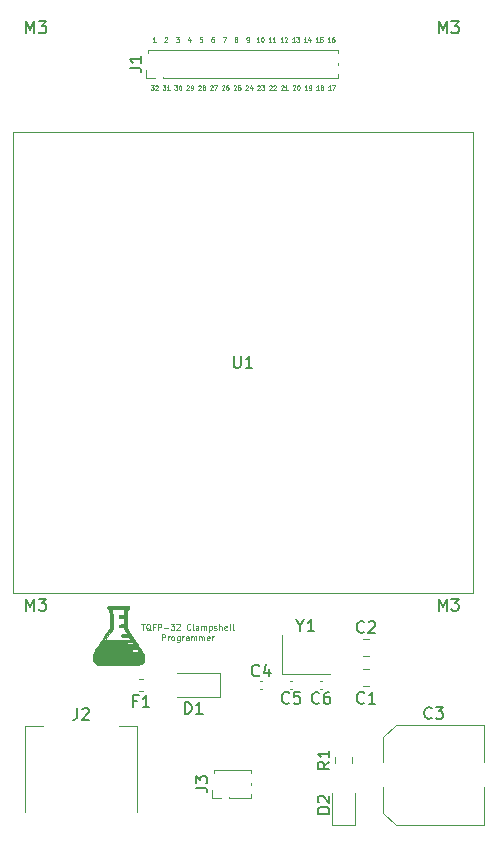
<source format=gbr>
%TF.GenerationSoftware,KiCad,Pcbnew,(5.1.7)-1*%
%TF.CreationDate,2021-11-27T18:52:12+01:00*%
%TF.ProjectId,SFP-32 Clampshell,5346502d-3332-4204-936c-616d70736865,rev?*%
%TF.SameCoordinates,Original*%
%TF.FileFunction,Legend,Top*%
%TF.FilePolarity,Positive*%
%FSLAX46Y46*%
G04 Gerber Fmt 4.6, Leading zero omitted, Abs format (unit mm)*
G04 Created by KiCad (PCBNEW (5.1.7)-1) date 2021-11-27 18:52:12*
%MOMM*%
%LPD*%
G01*
G04 APERTURE LIST*
%ADD10C,0.125000*%
%ADD11C,0.092500*%
%ADD12C,0.093750*%
%ADD13C,0.010000*%
%ADD14C,0.120000*%
%ADD15C,0.150000*%
G04 APERTURE END LIST*
D10*
X141625333Y-80568690D02*
X141911047Y-80568690D01*
X141768190Y-81068690D02*
X141768190Y-80568690D01*
X142411047Y-81116309D02*
X142363428Y-81092500D01*
X142315809Y-81044880D01*
X142244380Y-80973452D01*
X142196761Y-80949642D01*
X142149142Y-80949642D01*
X142172952Y-81068690D02*
X142125333Y-81044880D01*
X142077714Y-80997261D01*
X142053904Y-80902023D01*
X142053904Y-80735357D01*
X142077714Y-80640119D01*
X142125333Y-80592500D01*
X142172952Y-80568690D01*
X142268190Y-80568690D01*
X142315809Y-80592500D01*
X142363428Y-80640119D01*
X142387238Y-80735357D01*
X142387238Y-80902023D01*
X142363428Y-80997261D01*
X142315809Y-81044880D01*
X142268190Y-81068690D01*
X142172952Y-81068690D01*
X142768190Y-80806785D02*
X142601523Y-80806785D01*
X142601523Y-81068690D02*
X142601523Y-80568690D01*
X142839619Y-80568690D01*
X143030095Y-81068690D02*
X143030095Y-80568690D01*
X143220571Y-80568690D01*
X143268190Y-80592500D01*
X143292000Y-80616309D01*
X143315809Y-80663928D01*
X143315809Y-80735357D01*
X143292000Y-80782976D01*
X143268190Y-80806785D01*
X143220571Y-80830595D01*
X143030095Y-80830595D01*
X143530095Y-80878214D02*
X143911047Y-80878214D01*
X144101523Y-80568690D02*
X144411047Y-80568690D01*
X144244380Y-80759166D01*
X144315809Y-80759166D01*
X144363428Y-80782976D01*
X144387238Y-80806785D01*
X144411047Y-80854404D01*
X144411047Y-80973452D01*
X144387238Y-81021071D01*
X144363428Y-81044880D01*
X144315809Y-81068690D01*
X144172952Y-81068690D01*
X144125333Y-81044880D01*
X144101523Y-81021071D01*
X144601523Y-80616309D02*
X144625333Y-80592500D01*
X144672952Y-80568690D01*
X144792000Y-80568690D01*
X144839619Y-80592500D01*
X144863428Y-80616309D01*
X144887238Y-80663928D01*
X144887238Y-80711547D01*
X144863428Y-80782976D01*
X144577714Y-81068690D01*
X144887238Y-81068690D01*
X145768190Y-81021071D02*
X145744380Y-81044880D01*
X145672952Y-81068690D01*
X145625333Y-81068690D01*
X145553904Y-81044880D01*
X145506285Y-80997261D01*
X145482476Y-80949642D01*
X145458666Y-80854404D01*
X145458666Y-80782976D01*
X145482476Y-80687738D01*
X145506285Y-80640119D01*
X145553904Y-80592500D01*
X145625333Y-80568690D01*
X145672952Y-80568690D01*
X145744380Y-80592500D01*
X145768190Y-80616309D01*
X146053904Y-81068690D02*
X146006285Y-81044880D01*
X145982476Y-80997261D01*
X145982476Y-80568690D01*
X146458666Y-81068690D02*
X146458666Y-80806785D01*
X146434857Y-80759166D01*
X146387238Y-80735357D01*
X146292000Y-80735357D01*
X146244380Y-80759166D01*
X146458666Y-81044880D02*
X146411047Y-81068690D01*
X146292000Y-81068690D01*
X146244380Y-81044880D01*
X146220571Y-80997261D01*
X146220571Y-80949642D01*
X146244380Y-80902023D01*
X146292000Y-80878214D01*
X146411047Y-80878214D01*
X146458666Y-80854404D01*
X146696761Y-81068690D02*
X146696761Y-80735357D01*
X146696761Y-80782976D02*
X146720571Y-80759166D01*
X146768190Y-80735357D01*
X146839619Y-80735357D01*
X146887238Y-80759166D01*
X146911047Y-80806785D01*
X146911047Y-81068690D01*
X146911047Y-80806785D02*
X146934857Y-80759166D01*
X146982476Y-80735357D01*
X147053904Y-80735357D01*
X147101523Y-80759166D01*
X147125333Y-80806785D01*
X147125333Y-81068690D01*
X147363428Y-80735357D02*
X147363428Y-81235357D01*
X147363428Y-80759166D02*
X147411047Y-80735357D01*
X147506285Y-80735357D01*
X147553904Y-80759166D01*
X147577714Y-80782976D01*
X147601523Y-80830595D01*
X147601523Y-80973452D01*
X147577714Y-81021071D01*
X147553904Y-81044880D01*
X147506285Y-81068690D01*
X147411047Y-81068690D01*
X147363428Y-81044880D01*
X147792000Y-81044880D02*
X147839619Y-81068690D01*
X147934857Y-81068690D01*
X147982476Y-81044880D01*
X148006285Y-80997261D01*
X148006285Y-80973452D01*
X147982476Y-80925833D01*
X147934857Y-80902023D01*
X147863428Y-80902023D01*
X147815809Y-80878214D01*
X147792000Y-80830595D01*
X147792000Y-80806785D01*
X147815809Y-80759166D01*
X147863428Y-80735357D01*
X147934857Y-80735357D01*
X147982476Y-80759166D01*
X148220571Y-81068690D02*
X148220571Y-80568690D01*
X148434857Y-81068690D02*
X148434857Y-80806785D01*
X148411047Y-80759166D01*
X148363428Y-80735357D01*
X148292000Y-80735357D01*
X148244380Y-80759166D01*
X148220571Y-80782976D01*
X148863428Y-81044880D02*
X148815809Y-81068690D01*
X148720571Y-81068690D01*
X148672952Y-81044880D01*
X148649142Y-80997261D01*
X148649142Y-80806785D01*
X148672952Y-80759166D01*
X148720571Y-80735357D01*
X148815809Y-80735357D01*
X148863428Y-80759166D01*
X148887238Y-80806785D01*
X148887238Y-80854404D01*
X148649142Y-80902023D01*
X149172952Y-81068690D02*
X149125333Y-81044880D01*
X149101523Y-80997261D01*
X149101523Y-80568690D01*
X149434857Y-81068690D02*
X149387238Y-81044880D01*
X149363428Y-80997261D01*
X149363428Y-80568690D01*
X143387238Y-81943690D02*
X143387238Y-81443690D01*
X143577714Y-81443690D01*
X143625333Y-81467500D01*
X143649142Y-81491309D01*
X143672952Y-81538928D01*
X143672952Y-81610357D01*
X143649142Y-81657976D01*
X143625333Y-81681785D01*
X143577714Y-81705595D01*
X143387238Y-81705595D01*
X143887238Y-81943690D02*
X143887238Y-81610357D01*
X143887238Y-81705595D02*
X143911047Y-81657976D01*
X143934857Y-81634166D01*
X143982476Y-81610357D01*
X144030095Y-81610357D01*
X144268190Y-81943690D02*
X144220571Y-81919880D01*
X144196761Y-81896071D01*
X144172952Y-81848452D01*
X144172952Y-81705595D01*
X144196761Y-81657976D01*
X144220571Y-81634166D01*
X144268190Y-81610357D01*
X144339619Y-81610357D01*
X144387238Y-81634166D01*
X144411047Y-81657976D01*
X144434857Y-81705595D01*
X144434857Y-81848452D01*
X144411047Y-81896071D01*
X144387238Y-81919880D01*
X144339619Y-81943690D01*
X144268190Y-81943690D01*
X144863428Y-81610357D02*
X144863428Y-82015119D01*
X144839619Y-82062738D01*
X144815809Y-82086547D01*
X144768190Y-82110357D01*
X144696761Y-82110357D01*
X144649142Y-82086547D01*
X144863428Y-81919880D02*
X144815809Y-81943690D01*
X144720571Y-81943690D01*
X144672952Y-81919880D01*
X144649142Y-81896071D01*
X144625333Y-81848452D01*
X144625333Y-81705595D01*
X144649142Y-81657976D01*
X144672952Y-81634166D01*
X144720571Y-81610357D01*
X144815809Y-81610357D01*
X144863428Y-81634166D01*
X145101523Y-81943690D02*
X145101523Y-81610357D01*
X145101523Y-81705595D02*
X145125333Y-81657976D01*
X145149142Y-81634166D01*
X145196761Y-81610357D01*
X145244380Y-81610357D01*
X145625333Y-81943690D02*
X145625333Y-81681785D01*
X145601523Y-81634166D01*
X145553904Y-81610357D01*
X145458666Y-81610357D01*
X145411047Y-81634166D01*
X145625333Y-81919880D02*
X145577714Y-81943690D01*
X145458666Y-81943690D01*
X145411047Y-81919880D01*
X145387238Y-81872261D01*
X145387238Y-81824642D01*
X145411047Y-81777023D01*
X145458666Y-81753214D01*
X145577714Y-81753214D01*
X145625333Y-81729404D01*
X145863428Y-81943690D02*
X145863428Y-81610357D01*
X145863428Y-81657976D02*
X145887238Y-81634166D01*
X145934857Y-81610357D01*
X146006285Y-81610357D01*
X146053904Y-81634166D01*
X146077714Y-81681785D01*
X146077714Y-81943690D01*
X146077714Y-81681785D02*
X146101523Y-81634166D01*
X146149142Y-81610357D01*
X146220571Y-81610357D01*
X146268190Y-81634166D01*
X146292000Y-81681785D01*
X146292000Y-81943690D01*
X146530095Y-81943690D02*
X146530095Y-81610357D01*
X146530095Y-81657976D02*
X146553904Y-81634166D01*
X146601523Y-81610357D01*
X146672952Y-81610357D01*
X146720571Y-81634166D01*
X146744380Y-81681785D01*
X146744380Y-81943690D01*
X146744380Y-81681785D02*
X146768190Y-81634166D01*
X146815809Y-81610357D01*
X146887238Y-81610357D01*
X146934857Y-81634166D01*
X146958666Y-81681785D01*
X146958666Y-81943690D01*
X147387238Y-81919880D02*
X147339619Y-81943690D01*
X147244380Y-81943690D01*
X147196761Y-81919880D01*
X147172952Y-81872261D01*
X147172952Y-81681785D01*
X147196761Y-81634166D01*
X147244380Y-81610357D01*
X147339619Y-81610357D01*
X147387238Y-81634166D01*
X147411047Y-81681785D01*
X147411047Y-81729404D01*
X147172952Y-81777023D01*
X147625333Y-81943690D02*
X147625333Y-81610357D01*
X147625333Y-81705595D02*
X147649142Y-81657976D01*
X147672952Y-81634166D01*
X147720571Y-81610357D01*
X147768190Y-81610357D01*
D11*
X142437428Y-34973642D02*
X142669571Y-34973642D01*
X142544571Y-35116500D01*
X142598142Y-35116500D01*
X142633857Y-35134357D01*
X142651714Y-35152214D01*
X142669571Y-35187928D01*
X142669571Y-35277214D01*
X142651714Y-35312928D01*
X142633857Y-35330785D01*
X142598142Y-35348642D01*
X142491000Y-35348642D01*
X142455285Y-35330785D01*
X142437428Y-35312928D01*
X142812428Y-35009357D02*
X142830285Y-34991500D01*
X142866000Y-34973642D01*
X142955285Y-34973642D01*
X142991000Y-34991500D01*
X143008857Y-35009357D01*
X143026714Y-35045071D01*
X143026714Y-35080785D01*
X143008857Y-35134357D01*
X142794571Y-35348642D01*
X143026714Y-35348642D01*
X143437428Y-34973642D02*
X143669571Y-34973642D01*
X143544571Y-35116500D01*
X143598142Y-35116500D01*
X143633857Y-35134357D01*
X143651714Y-35152214D01*
X143669571Y-35187928D01*
X143669571Y-35277214D01*
X143651714Y-35312928D01*
X143633857Y-35330785D01*
X143598142Y-35348642D01*
X143491000Y-35348642D01*
X143455285Y-35330785D01*
X143437428Y-35312928D01*
X144026714Y-35348642D02*
X143812428Y-35348642D01*
X143919571Y-35348642D02*
X143919571Y-34973642D01*
X143883857Y-35027214D01*
X143848142Y-35062928D01*
X143812428Y-35080785D01*
X144437428Y-34973642D02*
X144669571Y-34973642D01*
X144544571Y-35116500D01*
X144598142Y-35116500D01*
X144633857Y-35134357D01*
X144651714Y-35152214D01*
X144669571Y-35187928D01*
X144669571Y-35277214D01*
X144651714Y-35312928D01*
X144633857Y-35330785D01*
X144598142Y-35348642D01*
X144491000Y-35348642D01*
X144455285Y-35330785D01*
X144437428Y-35312928D01*
X144901714Y-34973642D02*
X144937428Y-34973642D01*
X144973142Y-34991500D01*
X144991000Y-35009357D01*
X145008857Y-35045071D01*
X145026714Y-35116500D01*
X145026714Y-35205785D01*
X145008857Y-35277214D01*
X144991000Y-35312928D01*
X144973142Y-35330785D01*
X144937428Y-35348642D01*
X144901714Y-35348642D01*
X144866000Y-35330785D01*
X144848142Y-35312928D01*
X144830285Y-35277214D01*
X144812428Y-35205785D01*
X144812428Y-35116500D01*
X144830285Y-35045071D01*
X144848142Y-35009357D01*
X144866000Y-34991500D01*
X144901714Y-34973642D01*
X145455285Y-35009357D02*
X145473142Y-34991500D01*
X145508857Y-34973642D01*
X145598142Y-34973642D01*
X145633857Y-34991500D01*
X145651714Y-35009357D01*
X145669571Y-35045071D01*
X145669571Y-35080785D01*
X145651714Y-35134357D01*
X145437428Y-35348642D01*
X145669571Y-35348642D01*
X145848142Y-35348642D02*
X145919571Y-35348642D01*
X145955285Y-35330785D01*
X145973142Y-35312928D01*
X146008857Y-35259357D01*
X146026714Y-35187928D01*
X146026714Y-35045071D01*
X146008857Y-35009357D01*
X145991000Y-34991500D01*
X145955285Y-34973642D01*
X145883857Y-34973642D01*
X145848142Y-34991500D01*
X145830285Y-35009357D01*
X145812428Y-35045071D01*
X145812428Y-35134357D01*
X145830285Y-35170071D01*
X145848142Y-35187928D01*
X145883857Y-35205785D01*
X145955285Y-35205785D01*
X145991000Y-35187928D01*
X146008857Y-35170071D01*
X146026714Y-35134357D01*
X146455285Y-35009357D02*
X146473142Y-34991500D01*
X146508857Y-34973642D01*
X146598142Y-34973642D01*
X146633857Y-34991500D01*
X146651714Y-35009357D01*
X146669571Y-35045071D01*
X146669571Y-35080785D01*
X146651714Y-35134357D01*
X146437428Y-35348642D01*
X146669571Y-35348642D01*
X146883857Y-35134357D02*
X146848142Y-35116500D01*
X146830285Y-35098642D01*
X146812428Y-35062928D01*
X146812428Y-35045071D01*
X146830285Y-35009357D01*
X146848142Y-34991500D01*
X146883857Y-34973642D01*
X146955285Y-34973642D01*
X146991000Y-34991500D01*
X147008857Y-35009357D01*
X147026714Y-35045071D01*
X147026714Y-35062928D01*
X147008857Y-35098642D01*
X146991000Y-35116500D01*
X146955285Y-35134357D01*
X146883857Y-35134357D01*
X146848142Y-35152214D01*
X146830285Y-35170071D01*
X146812428Y-35205785D01*
X146812428Y-35277214D01*
X146830285Y-35312928D01*
X146848142Y-35330785D01*
X146883857Y-35348642D01*
X146955285Y-35348642D01*
X146991000Y-35330785D01*
X147008857Y-35312928D01*
X147026714Y-35277214D01*
X147026714Y-35205785D01*
X147008857Y-35170071D01*
X146991000Y-35152214D01*
X146955285Y-35134357D01*
X147455285Y-35009357D02*
X147473142Y-34991500D01*
X147508857Y-34973642D01*
X147598142Y-34973642D01*
X147633857Y-34991500D01*
X147651714Y-35009357D01*
X147669571Y-35045071D01*
X147669571Y-35080785D01*
X147651714Y-35134357D01*
X147437428Y-35348642D01*
X147669571Y-35348642D01*
X147794571Y-34973642D02*
X148044571Y-34973642D01*
X147883857Y-35348642D01*
X148455285Y-35009357D02*
X148473142Y-34991500D01*
X148508857Y-34973642D01*
X148598142Y-34973642D01*
X148633857Y-34991500D01*
X148651714Y-35009357D01*
X148669571Y-35045071D01*
X148669571Y-35080785D01*
X148651714Y-35134357D01*
X148437428Y-35348642D01*
X148669571Y-35348642D01*
X148991000Y-34973642D02*
X148919571Y-34973642D01*
X148883857Y-34991500D01*
X148866000Y-35009357D01*
X148830285Y-35062928D01*
X148812428Y-35134357D01*
X148812428Y-35277214D01*
X148830285Y-35312928D01*
X148848142Y-35330785D01*
X148883857Y-35348642D01*
X148955285Y-35348642D01*
X148991000Y-35330785D01*
X149008857Y-35312928D01*
X149026714Y-35277214D01*
X149026714Y-35187928D01*
X149008857Y-35152214D01*
X148991000Y-35134357D01*
X148955285Y-35116500D01*
X148883857Y-35116500D01*
X148848142Y-35134357D01*
X148830285Y-35152214D01*
X148812428Y-35187928D01*
X149455285Y-35009357D02*
X149473142Y-34991500D01*
X149508857Y-34973642D01*
X149598142Y-34973642D01*
X149633857Y-34991500D01*
X149651714Y-35009357D01*
X149669571Y-35045071D01*
X149669571Y-35080785D01*
X149651714Y-35134357D01*
X149437428Y-35348642D01*
X149669571Y-35348642D01*
X150008857Y-34973642D02*
X149830285Y-34973642D01*
X149812428Y-35152214D01*
X149830285Y-35134357D01*
X149866000Y-35116500D01*
X149955285Y-35116500D01*
X149991000Y-35134357D01*
X150008857Y-35152214D01*
X150026714Y-35187928D01*
X150026714Y-35277214D01*
X150008857Y-35312928D01*
X149991000Y-35330785D01*
X149955285Y-35348642D01*
X149866000Y-35348642D01*
X149830285Y-35330785D01*
X149812428Y-35312928D01*
X150455285Y-35009357D02*
X150473142Y-34991500D01*
X150508857Y-34973642D01*
X150598142Y-34973642D01*
X150633857Y-34991500D01*
X150651714Y-35009357D01*
X150669571Y-35045071D01*
X150669571Y-35080785D01*
X150651714Y-35134357D01*
X150437428Y-35348642D01*
X150669571Y-35348642D01*
X150991000Y-35098642D02*
X150991000Y-35348642D01*
X150901714Y-34955785D02*
X150812428Y-35223642D01*
X151044571Y-35223642D01*
X151455285Y-35009357D02*
X151473142Y-34991500D01*
X151508857Y-34973642D01*
X151598142Y-34973642D01*
X151633857Y-34991500D01*
X151651714Y-35009357D01*
X151669571Y-35045071D01*
X151669571Y-35080785D01*
X151651714Y-35134357D01*
X151437428Y-35348642D01*
X151669571Y-35348642D01*
X151794571Y-34973642D02*
X152026714Y-34973642D01*
X151901714Y-35116500D01*
X151955285Y-35116500D01*
X151991000Y-35134357D01*
X152008857Y-35152214D01*
X152026714Y-35187928D01*
X152026714Y-35277214D01*
X152008857Y-35312928D01*
X151991000Y-35330785D01*
X151955285Y-35348642D01*
X151848142Y-35348642D01*
X151812428Y-35330785D01*
X151794571Y-35312928D01*
X152455285Y-35009357D02*
X152473142Y-34991500D01*
X152508857Y-34973642D01*
X152598142Y-34973642D01*
X152633857Y-34991500D01*
X152651714Y-35009357D01*
X152669571Y-35045071D01*
X152669571Y-35080785D01*
X152651714Y-35134357D01*
X152437428Y-35348642D01*
X152669571Y-35348642D01*
X152812428Y-35009357D02*
X152830285Y-34991500D01*
X152866000Y-34973642D01*
X152955285Y-34973642D01*
X152991000Y-34991500D01*
X153008857Y-35009357D01*
X153026714Y-35045071D01*
X153026714Y-35080785D01*
X153008857Y-35134357D01*
X152794571Y-35348642D01*
X153026714Y-35348642D01*
X153455285Y-35009357D02*
X153473142Y-34991500D01*
X153508857Y-34973642D01*
X153598142Y-34973642D01*
X153633857Y-34991500D01*
X153651714Y-35009357D01*
X153669571Y-35045071D01*
X153669571Y-35080785D01*
X153651714Y-35134357D01*
X153437428Y-35348642D01*
X153669571Y-35348642D01*
X154026714Y-35348642D02*
X153812428Y-35348642D01*
X153919571Y-35348642D02*
X153919571Y-34973642D01*
X153883857Y-35027214D01*
X153848142Y-35062928D01*
X153812428Y-35080785D01*
X154455285Y-35009357D02*
X154473142Y-34991500D01*
X154508857Y-34973642D01*
X154598142Y-34973642D01*
X154633857Y-34991500D01*
X154651714Y-35009357D01*
X154669571Y-35045071D01*
X154669571Y-35080785D01*
X154651714Y-35134357D01*
X154437428Y-35348642D01*
X154669571Y-35348642D01*
X154901714Y-34973642D02*
X154937428Y-34973642D01*
X154973142Y-34991500D01*
X154991000Y-35009357D01*
X155008857Y-35045071D01*
X155026714Y-35116500D01*
X155026714Y-35205785D01*
X155008857Y-35277214D01*
X154991000Y-35312928D01*
X154973142Y-35330785D01*
X154937428Y-35348642D01*
X154901714Y-35348642D01*
X154866000Y-35330785D01*
X154848142Y-35312928D01*
X154830285Y-35277214D01*
X154812428Y-35205785D01*
X154812428Y-35116500D01*
X154830285Y-35045071D01*
X154848142Y-35009357D01*
X154866000Y-34991500D01*
X154901714Y-34973642D01*
X155669571Y-35348642D02*
X155455285Y-35348642D01*
X155562428Y-35348642D02*
X155562428Y-34973642D01*
X155526714Y-35027214D01*
X155490999Y-35062928D01*
X155455285Y-35080785D01*
X155848142Y-35348642D02*
X155919571Y-35348642D01*
X155955285Y-35330785D01*
X155973142Y-35312928D01*
X156008857Y-35259357D01*
X156026714Y-35187928D01*
X156026714Y-35045071D01*
X156008857Y-35009357D01*
X155990999Y-34991500D01*
X155955285Y-34973642D01*
X155883857Y-34973642D01*
X155848142Y-34991500D01*
X155830285Y-35009357D01*
X155812428Y-35045071D01*
X155812428Y-35134357D01*
X155830285Y-35170071D01*
X155848142Y-35187928D01*
X155883857Y-35205785D01*
X155955285Y-35205785D01*
X155990999Y-35187928D01*
X156008857Y-35170071D01*
X156026714Y-35134357D01*
X156669571Y-35348642D02*
X156455285Y-35348642D01*
X156562428Y-35348642D02*
X156562428Y-34973642D01*
X156526714Y-35027214D01*
X156490999Y-35062928D01*
X156455285Y-35080785D01*
X156883857Y-35134357D02*
X156848142Y-35116500D01*
X156830285Y-35098642D01*
X156812428Y-35062928D01*
X156812428Y-35045071D01*
X156830285Y-35009357D01*
X156848142Y-34991500D01*
X156883857Y-34973642D01*
X156955285Y-34973642D01*
X156990999Y-34991500D01*
X157008857Y-35009357D01*
X157026714Y-35045071D01*
X157026714Y-35062928D01*
X157008857Y-35098642D01*
X156990999Y-35116500D01*
X156955285Y-35134357D01*
X156883857Y-35134357D01*
X156848142Y-35152214D01*
X156830285Y-35170071D01*
X156812428Y-35205785D01*
X156812428Y-35277214D01*
X156830285Y-35312928D01*
X156848142Y-35330785D01*
X156883857Y-35348642D01*
X156955285Y-35348642D01*
X156990999Y-35330785D01*
X157008857Y-35312928D01*
X157026714Y-35277214D01*
X157026714Y-35205785D01*
X157008857Y-35170071D01*
X156990999Y-35152214D01*
X156955285Y-35134357D01*
X157669571Y-35348642D02*
X157455285Y-35348642D01*
X157562428Y-35348642D02*
X157562428Y-34973642D01*
X157526714Y-35027214D01*
X157490999Y-35062928D01*
X157455285Y-35080785D01*
X157794571Y-34973642D02*
X158044571Y-34973642D01*
X157883857Y-35348642D01*
X151630428Y-31284642D02*
X151416142Y-31284642D01*
X151523285Y-31284642D02*
X151523285Y-30909642D01*
X151487571Y-30963214D01*
X151451857Y-30998928D01*
X151416142Y-31016785D01*
X151862571Y-30909642D02*
X151898285Y-30909642D01*
X151934000Y-30927500D01*
X151951857Y-30945357D01*
X151969714Y-30981071D01*
X151987571Y-31052500D01*
X151987571Y-31141785D01*
X151969714Y-31213214D01*
X151951857Y-31248928D01*
X151934000Y-31266785D01*
X151898285Y-31284642D01*
X151862571Y-31284642D01*
X151826857Y-31266785D01*
X151809000Y-31248928D01*
X151791142Y-31213214D01*
X151773285Y-31141785D01*
X151773285Y-31052500D01*
X151791142Y-30981071D01*
X151809000Y-30945357D01*
X151826857Y-30927500D01*
X151862571Y-30909642D01*
X152630428Y-31284642D02*
X152416142Y-31284642D01*
X152523285Y-31284642D02*
X152523285Y-30909642D01*
X152487571Y-30963214D01*
X152451857Y-30998928D01*
X152416142Y-31016785D01*
X152987571Y-31284642D02*
X152773285Y-31284642D01*
X152880428Y-31284642D02*
X152880428Y-30909642D01*
X152844714Y-30963214D01*
X152809000Y-30998928D01*
X152773285Y-31016785D01*
X153630428Y-31284642D02*
X153416142Y-31284642D01*
X153523285Y-31284642D02*
X153523285Y-30909642D01*
X153487571Y-30963214D01*
X153451857Y-30998928D01*
X153416142Y-31016785D01*
X153773285Y-30945357D02*
X153791142Y-30927500D01*
X153826857Y-30909642D01*
X153916142Y-30909642D01*
X153951857Y-30927500D01*
X153969714Y-30945357D01*
X153987571Y-30981071D01*
X153987571Y-31016785D01*
X153969714Y-31070357D01*
X153755428Y-31284642D01*
X153987571Y-31284642D01*
X154630428Y-31284642D02*
X154416142Y-31284642D01*
X154523285Y-31284642D02*
X154523285Y-30909642D01*
X154487571Y-30963214D01*
X154451857Y-30998928D01*
X154416142Y-31016785D01*
X154755428Y-30909642D02*
X154987571Y-30909642D01*
X154862571Y-31052500D01*
X154916142Y-31052500D01*
X154951857Y-31070357D01*
X154969714Y-31088214D01*
X154987571Y-31123928D01*
X154987571Y-31213214D01*
X154969714Y-31248928D01*
X154951857Y-31266785D01*
X154916142Y-31284642D01*
X154809000Y-31284642D01*
X154773285Y-31266785D01*
X154755428Y-31248928D01*
X155630428Y-31284642D02*
X155416142Y-31284642D01*
X155523285Y-31284642D02*
X155523285Y-30909642D01*
X155487571Y-30963214D01*
X155451857Y-30998928D01*
X155416142Y-31016785D01*
X155951857Y-31034642D02*
X155951857Y-31284642D01*
X155862571Y-30891785D02*
X155773285Y-31159642D01*
X156005428Y-31159642D01*
X156630428Y-31284642D02*
X156416142Y-31284642D01*
X156523285Y-31284642D02*
X156523285Y-30909642D01*
X156487571Y-30963214D01*
X156451857Y-30998928D01*
X156416142Y-31016785D01*
X156969714Y-30909642D02*
X156791142Y-30909642D01*
X156773285Y-31088214D01*
X156791142Y-31070357D01*
X156826857Y-31052500D01*
X156916142Y-31052500D01*
X156951857Y-31070357D01*
X156969714Y-31088214D01*
X156987571Y-31123928D01*
X156987571Y-31213214D01*
X156969714Y-31248928D01*
X156951857Y-31266785D01*
X156916142Y-31284642D01*
X156826857Y-31284642D01*
X156791142Y-31266785D01*
X156773285Y-31248928D01*
X157630428Y-31284642D02*
X157416142Y-31284642D01*
X157523285Y-31284642D02*
X157523285Y-30909642D01*
X157487571Y-30963214D01*
X157451857Y-30998928D01*
X157416142Y-31016785D01*
X157951857Y-30909642D02*
X157880428Y-30909642D01*
X157844714Y-30927500D01*
X157826857Y-30945357D01*
X157791142Y-30998928D01*
X157773285Y-31070357D01*
X157773285Y-31213214D01*
X157791142Y-31248928D01*
X157809000Y-31266785D01*
X157844714Y-31284642D01*
X157916142Y-31284642D01*
X157951857Y-31266785D01*
X157969714Y-31248928D01*
X157987571Y-31213214D01*
X157987571Y-31123928D01*
X157969714Y-31088214D01*
X157951857Y-31070357D01*
X157916142Y-31052500D01*
X157844714Y-31052500D01*
X157809000Y-31070357D01*
X157791142Y-31088214D01*
X157773285Y-31123928D01*
D12*
X142837380Y-31295952D02*
X142608809Y-31295952D01*
X142723095Y-31295952D02*
X142723095Y-30895952D01*
X142685000Y-30953095D01*
X142646904Y-30991190D01*
X142608809Y-31010238D01*
X143599285Y-30934047D02*
X143618333Y-30915000D01*
X143656428Y-30895952D01*
X143751666Y-30895952D01*
X143789761Y-30915000D01*
X143808809Y-30934047D01*
X143827857Y-30972142D01*
X143827857Y-31010238D01*
X143808809Y-31067380D01*
X143580238Y-31295952D01*
X143827857Y-31295952D01*
X144570714Y-30895952D02*
X144818333Y-30895952D01*
X144685000Y-31048333D01*
X144742142Y-31048333D01*
X144780238Y-31067380D01*
X144799285Y-31086428D01*
X144818333Y-31124523D01*
X144818333Y-31219761D01*
X144799285Y-31257857D01*
X144780238Y-31276904D01*
X144742142Y-31295952D01*
X144627857Y-31295952D01*
X144589761Y-31276904D01*
X144570714Y-31257857D01*
X145770714Y-31029285D02*
X145770714Y-31295952D01*
X145675476Y-30876904D02*
X145580238Y-31162619D01*
X145827857Y-31162619D01*
X146780238Y-30895952D02*
X146589761Y-30895952D01*
X146570714Y-31086428D01*
X146589761Y-31067380D01*
X146627857Y-31048333D01*
X146723095Y-31048333D01*
X146761190Y-31067380D01*
X146780238Y-31086428D01*
X146799285Y-31124523D01*
X146799285Y-31219761D01*
X146780238Y-31257857D01*
X146761190Y-31276904D01*
X146723095Y-31295952D01*
X146627857Y-31295952D01*
X146589761Y-31276904D01*
X146570714Y-31257857D01*
X147751666Y-30895952D02*
X147675476Y-30895952D01*
X147637380Y-30915000D01*
X147618333Y-30934047D01*
X147580238Y-30991190D01*
X147561190Y-31067380D01*
X147561190Y-31219761D01*
X147580238Y-31257857D01*
X147599285Y-31276904D01*
X147637380Y-31295952D01*
X147713571Y-31295952D01*
X147751666Y-31276904D01*
X147770714Y-31257857D01*
X147789761Y-31219761D01*
X147789761Y-31124523D01*
X147770714Y-31086428D01*
X147751666Y-31067380D01*
X147713571Y-31048333D01*
X147637380Y-31048333D01*
X147599285Y-31067380D01*
X147580238Y-31086428D01*
X147561190Y-31124523D01*
X148532619Y-30895952D02*
X148799285Y-30895952D01*
X148627857Y-31295952D01*
X149618333Y-31067380D02*
X149580238Y-31048333D01*
X149561190Y-31029285D01*
X149542142Y-30991190D01*
X149542142Y-30972142D01*
X149561190Y-30934047D01*
X149580238Y-30915000D01*
X149618333Y-30895952D01*
X149694523Y-30895952D01*
X149732619Y-30915000D01*
X149751666Y-30934047D01*
X149770714Y-30972142D01*
X149770714Y-30991190D01*
X149751666Y-31029285D01*
X149732619Y-31048333D01*
X149694523Y-31067380D01*
X149618333Y-31067380D01*
X149580238Y-31086428D01*
X149561190Y-31105476D01*
X149542142Y-31143571D01*
X149542142Y-31219761D01*
X149561190Y-31257857D01*
X149580238Y-31276904D01*
X149618333Y-31295952D01*
X149694523Y-31295952D01*
X149732619Y-31276904D01*
X149751666Y-31257857D01*
X149770714Y-31219761D01*
X149770714Y-31143571D01*
X149751666Y-31105476D01*
X149732619Y-31086428D01*
X149694523Y-31067380D01*
X150570714Y-31295952D02*
X150646904Y-31295952D01*
X150685000Y-31276904D01*
X150704047Y-31257857D01*
X150742142Y-31200714D01*
X150761190Y-31124523D01*
X150761190Y-30972142D01*
X150742142Y-30934047D01*
X150723095Y-30915000D01*
X150685000Y-30895952D01*
X150608809Y-30895952D01*
X150570714Y-30915000D01*
X150551666Y-30934047D01*
X150532619Y-30972142D01*
X150532619Y-31067380D01*
X150551666Y-31105476D01*
X150570714Y-31124523D01*
X150608809Y-31143571D01*
X150685000Y-31143571D01*
X150723095Y-31124523D01*
X150742142Y-31105476D01*
X150761190Y-31067380D01*
D13*
%TO.C,G\u002A\u002A\u002A*%
G36*
X139887581Y-79037900D02*
G01*
X140064616Y-79038347D01*
X140206271Y-79039322D01*
X140316755Y-79041015D01*
X140400272Y-79043615D01*
X140461030Y-79047312D01*
X140503236Y-79052294D01*
X140531096Y-79058750D01*
X140548818Y-79066870D01*
X140560607Y-79076843D01*
X140561520Y-79077837D01*
X140593703Y-79142474D01*
X140588918Y-79212949D01*
X140551696Y-79269761D01*
X140512924Y-79313845D01*
X140468082Y-79377170D01*
X140449466Y-79407290D01*
X140393298Y-79503132D01*
X140398209Y-80203427D01*
X140403120Y-80903721D01*
X140460205Y-80994421D01*
X140489172Y-81039635D01*
X140537747Y-81114547D01*
X140601449Y-81212287D01*
X140675796Y-81325981D01*
X140756305Y-81448757D01*
X140783536Y-81490207D01*
X140871094Y-81623530D01*
X140959615Y-81758510D01*
X141043087Y-81885962D01*
X141115496Y-81996704D01*
X141170828Y-82081554D01*
X141177857Y-82092362D01*
X141233171Y-82177190D01*
X141305626Y-82287891D01*
X141388225Y-82413797D01*
X141473973Y-82544241D01*
X141536810Y-82639651D01*
X141641107Y-82800398D01*
X141722147Y-82932429D01*
X141782728Y-83042228D01*
X141825648Y-83136278D01*
X141853707Y-83221062D01*
X141869703Y-83303062D01*
X141876435Y-83388761D01*
X141877177Y-83428052D01*
X141875297Y-83526156D01*
X141866053Y-83597735D01*
X141845994Y-83659879D01*
X141819157Y-83715596D01*
X141729276Y-83841351D01*
X141607078Y-83943482D01*
X141492021Y-84003110D01*
X141471525Y-84010236D01*
X141446042Y-84016438D01*
X141412522Y-84021786D01*
X141367918Y-84026353D01*
X141309182Y-84030212D01*
X141233266Y-84033434D01*
X141137121Y-84036091D01*
X141017699Y-84038257D01*
X140871953Y-84040002D01*
X140696834Y-84041400D01*
X140489294Y-84042522D01*
X140246286Y-84043440D01*
X139964761Y-84044227D01*
X139732845Y-84044761D01*
X139459058Y-84045095D01*
X139198093Y-84044909D01*
X138953401Y-84044235D01*
X138728430Y-84043105D01*
X138526630Y-84041551D01*
X138351453Y-84039605D01*
X138206346Y-84037298D01*
X138094761Y-84034663D01*
X138020146Y-84031731D01*
X137986254Y-84028610D01*
X137833376Y-83972041D01*
X137708689Y-83884756D01*
X137613626Y-83770709D01*
X137549619Y-83633850D01*
X137518102Y-83478134D01*
X137520509Y-83307511D01*
X137558272Y-83125935D01*
X137609113Y-82988452D01*
X137632214Y-82945212D01*
X137676785Y-82870470D01*
X137719603Y-82801510D01*
X140819181Y-82801510D01*
X140834321Y-82874767D01*
X140843888Y-82891884D01*
X140858627Y-82909883D01*
X140881470Y-82922121D01*
X140920160Y-82929691D01*
X140982438Y-82933688D01*
X141076044Y-82935205D01*
X141151732Y-82935380D01*
X141270740Y-82934459D01*
X141351175Y-82931341D01*
X141398227Y-82925488D01*
X141417084Y-82916363D01*
X141416445Y-82908009D01*
X141395420Y-82874760D01*
X141359695Y-82820635D01*
X141337463Y-82787578D01*
X141274448Y-82694518D01*
X141075370Y-82694518D01*
X140976299Y-82695972D01*
X140911742Y-82701368D01*
X140872486Y-82712253D01*
X140849317Y-82730173D01*
X140847205Y-82732837D01*
X140819181Y-82801510D01*
X137719603Y-82801510D01*
X137739781Y-82769014D01*
X137818159Y-82645631D01*
X137908876Y-82505110D01*
X138008887Y-82352237D01*
X138104188Y-82208347D01*
X140384578Y-82208347D01*
X140396303Y-82244756D01*
X140407630Y-82267059D01*
X140422712Y-82282425D01*
X140449014Y-82292148D01*
X140494001Y-82297518D01*
X140565139Y-82299828D01*
X140669894Y-82300369D01*
X140717720Y-82300380D01*
X140825865Y-82299623D01*
X140916307Y-82297547D01*
X140981074Y-82294447D01*
X141012193Y-82290615D01*
X141013793Y-82289482D01*
X141002000Y-82267364D01*
X140971301Y-82220690D01*
X140934571Y-82168314D01*
X140855349Y-82058043D01*
X140633974Y-82064254D01*
X140533761Y-82067490D01*
X140468619Y-82071999D01*
X140429839Y-82080136D01*
X140408711Y-82094260D01*
X140396528Y-82116727D01*
X140391779Y-82129799D01*
X140384578Y-82208347D01*
X138104188Y-82208347D01*
X138115148Y-82191800D01*
X138124164Y-82178279D01*
X138238122Y-82007458D01*
X138292496Y-81925956D01*
X138586341Y-81925956D01*
X138699765Y-81933945D01*
X138745080Y-81935696D01*
X138829138Y-81937495D01*
X138946891Y-81939288D01*
X139093288Y-81941018D01*
X139263281Y-81942632D01*
X139451820Y-81944073D01*
X139653855Y-81945287D01*
X139803660Y-81945984D01*
X140794130Y-81950035D01*
X140700222Y-81805296D01*
X140606315Y-81660557D01*
X140318446Y-81664033D01*
X140199795Y-81664924D01*
X140116789Y-81663561D01*
X140061299Y-81658934D01*
X140025194Y-81650031D01*
X140000343Y-81635842D01*
X139985719Y-81622651D01*
X139947785Y-81571516D01*
X139947612Y-81522460D01*
X139974948Y-81473183D01*
X139994076Y-81450836D01*
X140019863Y-81436599D01*
X140061656Y-81428669D01*
X140128799Y-81425242D01*
X140227263Y-81424518D01*
X140445492Y-81424518D01*
X140408102Y-81364302D01*
X140377977Y-81316672D01*
X140332930Y-81246461D01*
X140281997Y-81167746D01*
X140274940Y-81156892D01*
X140227027Y-81075967D01*
X140188862Y-80998076D01*
X140167795Y-80938450D01*
X140166632Y-80932452D01*
X140154097Y-80855207D01*
X139987264Y-80854884D01*
X139865046Y-80849030D01*
X139780541Y-80830701D01*
X139728945Y-80797925D01*
X139705455Y-80748727D01*
X139703892Y-80738419D01*
X139703283Y-80685798D01*
X139720076Y-80650229D01*
X139760623Y-80628567D01*
X139831279Y-80617665D01*
X139938398Y-80614377D01*
X139954491Y-80614345D01*
X140159827Y-80614345D01*
X140159528Y-80378957D01*
X140159198Y-80251580D01*
X140155994Y-80161526D01*
X140146033Y-80102336D01*
X140125432Y-80067550D01*
X140090307Y-80050711D01*
X140036777Y-80045358D01*
X139960956Y-80045034D01*
X139958765Y-80045035D01*
X139845502Y-80041599D01*
X139769349Y-80029530D01*
X139724034Y-80006185D01*
X139703284Y-79968922D01*
X139700000Y-79936023D01*
X139711554Y-79877777D01*
X139749449Y-79838079D01*
X139818528Y-79814542D01*
X139923636Y-79804779D01*
X139967630Y-79804173D01*
X140137931Y-79804173D01*
X140137931Y-79699290D01*
X140143679Y-79619624D01*
X140158760Y-79526811D01*
X140179930Y-79434815D01*
X140203945Y-79357598D01*
X140227559Y-79309123D01*
X140229019Y-79307281D01*
X140229484Y-79298452D01*
X140211712Y-79291565D01*
X140171531Y-79286403D01*
X140104768Y-79282748D01*
X140007252Y-79280384D01*
X139874811Y-79279094D01*
X139703273Y-79278660D01*
X139678960Y-79278656D01*
X139499119Y-79279078D01*
X139359114Y-79280473D01*
X139254995Y-79283033D01*
X139182811Y-79286951D01*
X139138614Y-79292418D01*
X139118451Y-79299626D01*
X139116610Y-79306026D01*
X139136941Y-79358860D01*
X139153512Y-79414091D01*
X139166806Y-79477023D01*
X139177305Y-79552960D01*
X139185492Y-79647204D01*
X139191850Y-79765061D01*
X139196861Y-79911833D01*
X139201007Y-80092824D01*
X139204044Y-80267014D01*
X139215445Y-80981665D01*
X138900893Y-81453810D01*
X138586341Y-81925956D01*
X138292496Y-81925956D01*
X138352859Y-81835480D01*
X138464093Y-81668760D01*
X138567547Y-81513710D01*
X138658941Y-81376743D01*
X138733996Y-81264272D01*
X138782262Y-81191957D01*
X138974043Y-80904656D01*
X138962238Y-80228509D01*
X138958395Y-80023887D01*
X138954160Y-79857833D01*
X138948653Y-79725125D01*
X138940996Y-79620541D01*
X138930309Y-79538857D01*
X138915715Y-79474853D01*
X138896334Y-79423306D01*
X138871287Y-79378993D01*
X138839696Y-79336692D01*
X138805402Y-79296549D01*
X138752379Y-79216528D01*
X138739218Y-79144624D01*
X138766370Y-79084319D01*
X138776595Y-79074032D01*
X138790419Y-79064788D01*
X138812238Y-79057243D01*
X138846226Y-79051230D01*
X138896553Y-79046579D01*
X138967392Y-79043122D01*
X139062914Y-79040688D01*
X139187292Y-79039109D01*
X139344696Y-79038217D01*
X139539300Y-79037841D01*
X139670959Y-79037794D01*
X139887581Y-79037900D01*
G37*
X139887581Y-79037900D02*
X140064616Y-79038347D01*
X140206271Y-79039322D01*
X140316755Y-79041015D01*
X140400272Y-79043615D01*
X140461030Y-79047312D01*
X140503236Y-79052294D01*
X140531096Y-79058750D01*
X140548818Y-79066870D01*
X140560607Y-79076843D01*
X140561520Y-79077837D01*
X140593703Y-79142474D01*
X140588918Y-79212949D01*
X140551696Y-79269761D01*
X140512924Y-79313845D01*
X140468082Y-79377170D01*
X140449466Y-79407290D01*
X140393298Y-79503132D01*
X140398209Y-80203427D01*
X140403120Y-80903721D01*
X140460205Y-80994421D01*
X140489172Y-81039635D01*
X140537747Y-81114547D01*
X140601449Y-81212287D01*
X140675796Y-81325981D01*
X140756305Y-81448757D01*
X140783536Y-81490207D01*
X140871094Y-81623530D01*
X140959615Y-81758510D01*
X141043087Y-81885962D01*
X141115496Y-81996704D01*
X141170828Y-82081554D01*
X141177857Y-82092362D01*
X141233171Y-82177190D01*
X141305626Y-82287891D01*
X141388225Y-82413797D01*
X141473973Y-82544241D01*
X141536810Y-82639651D01*
X141641107Y-82800398D01*
X141722147Y-82932429D01*
X141782728Y-83042228D01*
X141825648Y-83136278D01*
X141853707Y-83221062D01*
X141869703Y-83303062D01*
X141876435Y-83388761D01*
X141877177Y-83428052D01*
X141875297Y-83526156D01*
X141866053Y-83597735D01*
X141845994Y-83659879D01*
X141819157Y-83715596D01*
X141729276Y-83841351D01*
X141607078Y-83943482D01*
X141492021Y-84003110D01*
X141471525Y-84010236D01*
X141446042Y-84016438D01*
X141412522Y-84021786D01*
X141367918Y-84026353D01*
X141309182Y-84030212D01*
X141233266Y-84033434D01*
X141137121Y-84036091D01*
X141017699Y-84038257D01*
X140871953Y-84040002D01*
X140696834Y-84041400D01*
X140489294Y-84042522D01*
X140246286Y-84043440D01*
X139964761Y-84044227D01*
X139732845Y-84044761D01*
X139459058Y-84045095D01*
X139198093Y-84044909D01*
X138953401Y-84044235D01*
X138728430Y-84043105D01*
X138526630Y-84041551D01*
X138351453Y-84039605D01*
X138206346Y-84037298D01*
X138094761Y-84034663D01*
X138020146Y-84031731D01*
X137986254Y-84028610D01*
X137833376Y-83972041D01*
X137708689Y-83884756D01*
X137613626Y-83770709D01*
X137549619Y-83633850D01*
X137518102Y-83478134D01*
X137520509Y-83307511D01*
X137558272Y-83125935D01*
X137609113Y-82988452D01*
X137632214Y-82945212D01*
X137676785Y-82870470D01*
X137719603Y-82801510D01*
X140819181Y-82801510D01*
X140834321Y-82874767D01*
X140843888Y-82891884D01*
X140858627Y-82909883D01*
X140881470Y-82922121D01*
X140920160Y-82929691D01*
X140982438Y-82933688D01*
X141076044Y-82935205D01*
X141151732Y-82935380D01*
X141270740Y-82934459D01*
X141351175Y-82931341D01*
X141398227Y-82925488D01*
X141417084Y-82916363D01*
X141416445Y-82908009D01*
X141395420Y-82874760D01*
X141359695Y-82820635D01*
X141337463Y-82787578D01*
X141274448Y-82694518D01*
X141075370Y-82694518D01*
X140976299Y-82695972D01*
X140911742Y-82701368D01*
X140872486Y-82712253D01*
X140849317Y-82730173D01*
X140847205Y-82732837D01*
X140819181Y-82801510D01*
X137719603Y-82801510D01*
X137739781Y-82769014D01*
X137818159Y-82645631D01*
X137908876Y-82505110D01*
X138008887Y-82352237D01*
X138104188Y-82208347D01*
X140384578Y-82208347D01*
X140396303Y-82244756D01*
X140407630Y-82267059D01*
X140422712Y-82282425D01*
X140449014Y-82292148D01*
X140494001Y-82297518D01*
X140565139Y-82299828D01*
X140669894Y-82300369D01*
X140717720Y-82300380D01*
X140825865Y-82299623D01*
X140916307Y-82297547D01*
X140981074Y-82294447D01*
X141012193Y-82290615D01*
X141013793Y-82289482D01*
X141002000Y-82267364D01*
X140971301Y-82220690D01*
X140934571Y-82168314D01*
X140855349Y-82058043D01*
X140633974Y-82064254D01*
X140533761Y-82067490D01*
X140468619Y-82071999D01*
X140429839Y-82080136D01*
X140408711Y-82094260D01*
X140396528Y-82116727D01*
X140391779Y-82129799D01*
X140384578Y-82208347D01*
X138104188Y-82208347D01*
X138115148Y-82191800D01*
X138124164Y-82178279D01*
X138238122Y-82007458D01*
X138292496Y-81925956D01*
X138586341Y-81925956D01*
X138699765Y-81933945D01*
X138745080Y-81935696D01*
X138829138Y-81937495D01*
X138946891Y-81939288D01*
X139093288Y-81941018D01*
X139263281Y-81942632D01*
X139451820Y-81944073D01*
X139653855Y-81945287D01*
X139803660Y-81945984D01*
X140794130Y-81950035D01*
X140700222Y-81805296D01*
X140606315Y-81660557D01*
X140318446Y-81664033D01*
X140199795Y-81664924D01*
X140116789Y-81663561D01*
X140061299Y-81658934D01*
X140025194Y-81650031D01*
X140000343Y-81635842D01*
X139985719Y-81622651D01*
X139947785Y-81571516D01*
X139947612Y-81522460D01*
X139974948Y-81473183D01*
X139994076Y-81450836D01*
X140019863Y-81436599D01*
X140061656Y-81428669D01*
X140128799Y-81425242D01*
X140227263Y-81424518D01*
X140445492Y-81424518D01*
X140408102Y-81364302D01*
X140377977Y-81316672D01*
X140332930Y-81246461D01*
X140281997Y-81167746D01*
X140274940Y-81156892D01*
X140227027Y-81075967D01*
X140188862Y-80998076D01*
X140167795Y-80938450D01*
X140166632Y-80932452D01*
X140154097Y-80855207D01*
X139987264Y-80854884D01*
X139865046Y-80849030D01*
X139780541Y-80830701D01*
X139728945Y-80797925D01*
X139705455Y-80748727D01*
X139703892Y-80738419D01*
X139703283Y-80685798D01*
X139720076Y-80650229D01*
X139760623Y-80628567D01*
X139831279Y-80617665D01*
X139938398Y-80614377D01*
X139954491Y-80614345D01*
X140159827Y-80614345D01*
X140159528Y-80378957D01*
X140159198Y-80251580D01*
X140155994Y-80161526D01*
X140146033Y-80102336D01*
X140125432Y-80067550D01*
X140090307Y-80050711D01*
X140036777Y-80045358D01*
X139960956Y-80045034D01*
X139958765Y-80045035D01*
X139845502Y-80041599D01*
X139769349Y-80029530D01*
X139724034Y-80006185D01*
X139703284Y-79968922D01*
X139700000Y-79936023D01*
X139711554Y-79877777D01*
X139749449Y-79838079D01*
X139818528Y-79814542D01*
X139923636Y-79804779D01*
X139967630Y-79804173D01*
X140137931Y-79804173D01*
X140137931Y-79699290D01*
X140143679Y-79619624D01*
X140158760Y-79526811D01*
X140179930Y-79434815D01*
X140203945Y-79357598D01*
X140227559Y-79309123D01*
X140229019Y-79307281D01*
X140229484Y-79298452D01*
X140211712Y-79291565D01*
X140171531Y-79286403D01*
X140104768Y-79282748D01*
X140007252Y-79280384D01*
X139874811Y-79279094D01*
X139703273Y-79278660D01*
X139678960Y-79278656D01*
X139499119Y-79279078D01*
X139359114Y-79280473D01*
X139254995Y-79283033D01*
X139182811Y-79286951D01*
X139138614Y-79292418D01*
X139118451Y-79299626D01*
X139116610Y-79306026D01*
X139136941Y-79358860D01*
X139153512Y-79414091D01*
X139166806Y-79477023D01*
X139177305Y-79552960D01*
X139185492Y-79647204D01*
X139191850Y-79765061D01*
X139196861Y-79911833D01*
X139201007Y-80092824D01*
X139204044Y-80267014D01*
X139215445Y-80981665D01*
X138900893Y-81453810D01*
X138586341Y-81925956D01*
X138292496Y-81925956D01*
X138352859Y-81835480D01*
X138464093Y-81668760D01*
X138567547Y-81513710D01*
X138658941Y-81376743D01*
X138733996Y-81264272D01*
X138782262Y-81191957D01*
X138974043Y-80904656D01*
X138962238Y-80228509D01*
X138958395Y-80023887D01*
X138954160Y-79857833D01*
X138948653Y-79725125D01*
X138940996Y-79620541D01*
X138930309Y-79538857D01*
X138915715Y-79474853D01*
X138896334Y-79423306D01*
X138871287Y-79378993D01*
X138839696Y-79336692D01*
X138805402Y-79296549D01*
X138752379Y-79216528D01*
X138739218Y-79144624D01*
X138766370Y-79084319D01*
X138776595Y-79074032D01*
X138790419Y-79064788D01*
X138812238Y-79057243D01*
X138846226Y-79051230D01*
X138896553Y-79046579D01*
X138967392Y-79043122D01*
X139062914Y-79040688D01*
X139187292Y-79039109D01*
X139344696Y-79038217D01*
X139539300Y-79037841D01*
X139670959Y-79037794D01*
X139887581Y-79037900D01*
D14*
%TO.C,Y1*%
X153575000Y-84835000D02*
X157575000Y-84835000D01*
X153575000Y-81535000D02*
X153575000Y-84835000D01*
%TO.C,R1*%
X159485000Y-92302064D02*
X159485000Y-91847936D01*
X158015000Y-92302064D02*
X158015000Y-91847936D01*
%TO.C,J3*%
X147651000Y-95325000D02*
X147651000Y-94615000D01*
X148336000Y-95325000D02*
X147651000Y-95325000D01*
X147776000Y-93220507D02*
X147776000Y-92905000D01*
X149021000Y-95325000D02*
X149021000Y-95223276D01*
X147776000Y-92905000D02*
X150896000Y-92905000D01*
X149021000Y-95325000D02*
X150896000Y-95325000D01*
X150896000Y-94220507D02*
X150896000Y-94009493D01*
X150896000Y-93220507D02*
X150896000Y-92905000D01*
X150896000Y-95325000D02*
X150896000Y-95009493D01*
%TO.C,J2*%
X131775000Y-89245000D02*
X133275000Y-89245000D01*
X131775000Y-89245000D02*
X131775000Y-96505000D01*
X141275000Y-89245000D02*
X141275000Y-96505000D01*
X139775000Y-89245000D02*
X141275000Y-89245000D01*
%TO.C,F1*%
X141767779Y-85215000D02*
X141442221Y-85215000D01*
X141767779Y-86235000D02*
X141442221Y-86235000D01*
%TO.C,D2*%
X159710000Y-97570000D02*
X159710000Y-94885000D01*
X157790000Y-97570000D02*
X159710000Y-97570000D01*
X157790000Y-94885000D02*
X157790000Y-97570000D01*
%TO.C,D1*%
X148330000Y-86735000D02*
X144650000Y-86735000D01*
X148330000Y-84715000D02*
X144650000Y-84715000D01*
X148330000Y-86735000D02*
X148330000Y-84715000D01*
%TO.C,C6*%
X156952836Y-85365000D02*
X156737164Y-85365000D01*
X156952836Y-86085000D02*
X156737164Y-86085000D01*
%TO.C,C5*%
X154197164Y-86085000D02*
X154412836Y-86085000D01*
X154197164Y-85365000D02*
X154412836Y-85365000D01*
%TO.C,C4*%
X151657164Y-86085000D02*
X151872836Y-86085000D01*
X151657164Y-85365000D02*
X151872836Y-85365000D01*
%TO.C,C3*%
X162110000Y-96540563D02*
X163174437Y-97605000D01*
X162110000Y-90149437D02*
X163174437Y-89085000D01*
X162110000Y-90149437D02*
X162110000Y-92285000D01*
X162110000Y-96540563D02*
X162110000Y-94405000D01*
X163174437Y-97605000D02*
X170630000Y-97605000D01*
X163174437Y-89085000D02*
X170630000Y-89085000D01*
X170630000Y-89085000D02*
X170630000Y-92285000D01*
X170630000Y-97605000D02*
X170630000Y-94405000D01*
%TO.C,C2*%
X160393748Y-83285000D02*
X160916252Y-83285000D01*
X160393748Y-81815000D02*
X160916252Y-81815000D01*
%TO.C,C1*%
X160393748Y-85825000D02*
X160916252Y-85825000D01*
X160393748Y-84355000D02*
X160916252Y-84355000D01*
%TO.C,U1*%
X130724999Y-77920000D02*
X169724999Y-77920000D01*
X130724999Y-77920000D02*
X130724999Y-38920000D01*
X169724999Y-77920000D02*
X169724999Y-38920000D01*
X130724999Y-38920000D02*
X169724999Y-38920000D01*
%TO.C,J1*%
X142063000Y-34365000D02*
X142063000Y-33655000D01*
X142748000Y-34365000D02*
X142063000Y-34365000D01*
X142188000Y-32260507D02*
X142188000Y-31945000D01*
X143433000Y-34365000D02*
X143433000Y-34263276D01*
X142188000Y-31945000D02*
X158308000Y-31945000D01*
X143433000Y-34365000D02*
X158308000Y-34365000D01*
X158308000Y-33260507D02*
X158308000Y-33049493D01*
X158308000Y-32260507D02*
X158308000Y-31945000D01*
X158308000Y-34365000D02*
X158308000Y-34049493D01*
%TD*%
%TO.C,M3*%
D15*
X131905476Y-79437380D02*
X131905476Y-78437380D01*
X132238809Y-79151666D01*
X132572142Y-78437380D01*
X132572142Y-79437380D01*
X132953095Y-78437380D02*
X133572142Y-78437380D01*
X133238809Y-78818333D01*
X133381666Y-78818333D01*
X133476904Y-78865952D01*
X133524523Y-78913571D01*
X133572142Y-79008809D01*
X133572142Y-79246904D01*
X133524523Y-79342142D01*
X133476904Y-79389761D01*
X133381666Y-79437380D01*
X133095952Y-79437380D01*
X133000714Y-79389761D01*
X132953095Y-79342142D01*
X166830476Y-79437380D02*
X166830476Y-78437380D01*
X167163809Y-79151666D01*
X167497142Y-78437380D01*
X167497142Y-79437380D01*
X167878095Y-78437380D02*
X168497142Y-78437380D01*
X168163809Y-78818333D01*
X168306666Y-78818333D01*
X168401904Y-78865952D01*
X168449523Y-78913571D01*
X168497142Y-79008809D01*
X168497142Y-79246904D01*
X168449523Y-79342142D01*
X168401904Y-79389761D01*
X168306666Y-79437380D01*
X168020952Y-79437380D01*
X167925714Y-79389761D01*
X167878095Y-79342142D01*
X131905476Y-30542380D02*
X131905476Y-29542380D01*
X132238809Y-30256666D01*
X132572142Y-29542380D01*
X132572142Y-30542380D01*
X132953095Y-29542380D02*
X133572142Y-29542380D01*
X133238809Y-29923333D01*
X133381666Y-29923333D01*
X133476904Y-29970952D01*
X133524523Y-30018571D01*
X133572142Y-30113809D01*
X133572142Y-30351904D01*
X133524523Y-30447142D01*
X133476904Y-30494761D01*
X133381666Y-30542380D01*
X133095952Y-30542380D01*
X133000714Y-30494761D01*
X132953095Y-30447142D01*
X166830476Y-30542380D02*
X166830476Y-29542380D01*
X167163809Y-30256666D01*
X167497142Y-29542380D01*
X167497142Y-30542380D01*
X167878095Y-29542380D02*
X168497142Y-29542380D01*
X168163809Y-29923333D01*
X168306666Y-29923333D01*
X168401904Y-29970952D01*
X168449523Y-30018571D01*
X168497142Y-30113809D01*
X168497142Y-30351904D01*
X168449523Y-30447142D01*
X168401904Y-30494761D01*
X168306666Y-30542380D01*
X168020952Y-30542380D01*
X167925714Y-30494761D01*
X167878095Y-30447142D01*
%TO.C,Y1*%
X155098809Y-80711190D02*
X155098809Y-81187380D01*
X154765476Y-80187380D02*
X155098809Y-80711190D01*
X155432142Y-80187380D01*
X156289285Y-81187380D02*
X155717857Y-81187380D01*
X156003571Y-81187380D02*
X156003571Y-80187380D01*
X155908333Y-80330238D01*
X155813095Y-80425476D01*
X155717857Y-80473095D01*
%TO.C,R1*%
X157552380Y-92241666D02*
X157076190Y-92575000D01*
X157552380Y-92813095D02*
X156552380Y-92813095D01*
X156552380Y-92432142D01*
X156600000Y-92336904D01*
X156647619Y-92289285D01*
X156742857Y-92241666D01*
X156885714Y-92241666D01*
X156980952Y-92289285D01*
X157028571Y-92336904D01*
X157076190Y-92432142D01*
X157076190Y-92813095D01*
X157552380Y-91289285D02*
X157552380Y-91860714D01*
X157552380Y-91575000D02*
X156552380Y-91575000D01*
X156695238Y-91670238D01*
X156790476Y-91765476D01*
X156838095Y-91860714D01*
%TO.C,J3*%
X146228380Y-94448333D02*
X146942666Y-94448333D01*
X147085523Y-94495952D01*
X147180761Y-94591190D01*
X147228380Y-94734047D01*
X147228380Y-94829285D01*
X146228380Y-94067380D02*
X146228380Y-93448333D01*
X146609333Y-93781666D01*
X146609333Y-93638809D01*
X146656952Y-93543571D01*
X146704571Y-93495952D01*
X146799809Y-93448333D01*
X147037904Y-93448333D01*
X147133142Y-93495952D01*
X147180761Y-93543571D01*
X147228380Y-93638809D01*
X147228380Y-93924523D01*
X147180761Y-94019761D01*
X147133142Y-94067380D01*
%TO.C,J2*%
X136191666Y-87707380D02*
X136191666Y-88421666D01*
X136144047Y-88564523D01*
X136048809Y-88659761D01*
X135905952Y-88707380D01*
X135810714Y-88707380D01*
X136620238Y-87802619D02*
X136667857Y-87755000D01*
X136763095Y-87707380D01*
X137001190Y-87707380D01*
X137096428Y-87755000D01*
X137144047Y-87802619D01*
X137191666Y-87897857D01*
X137191666Y-87993095D01*
X137144047Y-88135952D01*
X136572619Y-88707380D01*
X137191666Y-88707380D01*
%TO.C,F1*%
X141271666Y-87083571D02*
X140938333Y-87083571D01*
X140938333Y-87607380D02*
X140938333Y-86607380D01*
X141414523Y-86607380D01*
X142319285Y-87607380D02*
X141747857Y-87607380D01*
X142033571Y-87607380D02*
X142033571Y-86607380D01*
X141938333Y-86750238D01*
X141843095Y-86845476D01*
X141747857Y-86893095D01*
%TO.C,D2*%
X157552380Y-96623095D02*
X156552380Y-96623095D01*
X156552380Y-96385000D01*
X156600000Y-96242142D01*
X156695238Y-96146904D01*
X156790476Y-96099285D01*
X156980952Y-96051666D01*
X157123809Y-96051666D01*
X157314285Y-96099285D01*
X157409523Y-96146904D01*
X157504761Y-96242142D01*
X157552380Y-96385000D01*
X157552380Y-96623095D01*
X156647619Y-95670714D02*
X156600000Y-95623095D01*
X156552380Y-95527857D01*
X156552380Y-95289761D01*
X156600000Y-95194523D01*
X156647619Y-95146904D01*
X156742857Y-95099285D01*
X156838095Y-95099285D01*
X156980952Y-95146904D01*
X157552380Y-95718333D01*
X157552380Y-95099285D01*
%TO.C,D1*%
X145311904Y-88177380D02*
X145311904Y-87177380D01*
X145550000Y-87177380D01*
X145692857Y-87225000D01*
X145788095Y-87320238D01*
X145835714Y-87415476D01*
X145883333Y-87605952D01*
X145883333Y-87748809D01*
X145835714Y-87939285D01*
X145788095Y-88034523D01*
X145692857Y-88129761D01*
X145550000Y-88177380D01*
X145311904Y-88177380D01*
X146835714Y-88177380D02*
X146264285Y-88177380D01*
X146550000Y-88177380D02*
X146550000Y-87177380D01*
X146454761Y-87320238D01*
X146359523Y-87415476D01*
X146264285Y-87463095D01*
%TO.C,C6*%
X156678333Y-87242142D02*
X156630714Y-87289761D01*
X156487857Y-87337380D01*
X156392619Y-87337380D01*
X156249761Y-87289761D01*
X156154523Y-87194523D01*
X156106904Y-87099285D01*
X156059285Y-86908809D01*
X156059285Y-86765952D01*
X156106904Y-86575476D01*
X156154523Y-86480238D01*
X156249761Y-86385000D01*
X156392619Y-86337380D01*
X156487857Y-86337380D01*
X156630714Y-86385000D01*
X156678333Y-86432619D01*
X157535476Y-86337380D02*
X157345000Y-86337380D01*
X157249761Y-86385000D01*
X157202142Y-86432619D01*
X157106904Y-86575476D01*
X157059285Y-86765952D01*
X157059285Y-87146904D01*
X157106904Y-87242142D01*
X157154523Y-87289761D01*
X157249761Y-87337380D01*
X157440238Y-87337380D01*
X157535476Y-87289761D01*
X157583095Y-87242142D01*
X157630714Y-87146904D01*
X157630714Y-86908809D01*
X157583095Y-86813571D01*
X157535476Y-86765952D01*
X157440238Y-86718333D01*
X157249761Y-86718333D01*
X157154523Y-86765952D01*
X157106904Y-86813571D01*
X157059285Y-86908809D01*
%TO.C,C5*%
X154138333Y-87225142D02*
X154090714Y-87272761D01*
X153947857Y-87320380D01*
X153852619Y-87320380D01*
X153709761Y-87272761D01*
X153614523Y-87177523D01*
X153566904Y-87082285D01*
X153519285Y-86891809D01*
X153519285Y-86748952D01*
X153566904Y-86558476D01*
X153614523Y-86463238D01*
X153709761Y-86368000D01*
X153852619Y-86320380D01*
X153947857Y-86320380D01*
X154090714Y-86368000D01*
X154138333Y-86415619D01*
X155043095Y-86320380D02*
X154566904Y-86320380D01*
X154519285Y-86796571D01*
X154566904Y-86748952D01*
X154662142Y-86701333D01*
X154900238Y-86701333D01*
X154995476Y-86748952D01*
X155043095Y-86796571D01*
X155090714Y-86891809D01*
X155090714Y-87129904D01*
X155043095Y-87225142D01*
X154995476Y-87272761D01*
X154900238Y-87320380D01*
X154662142Y-87320380D01*
X154566904Y-87272761D01*
X154519285Y-87225142D01*
%TO.C,C4*%
X151598333Y-84922142D02*
X151550714Y-84969761D01*
X151407857Y-85017380D01*
X151312619Y-85017380D01*
X151169761Y-84969761D01*
X151074523Y-84874523D01*
X151026904Y-84779285D01*
X150979285Y-84588809D01*
X150979285Y-84445952D01*
X151026904Y-84255476D01*
X151074523Y-84160238D01*
X151169761Y-84065000D01*
X151312619Y-84017380D01*
X151407857Y-84017380D01*
X151550714Y-84065000D01*
X151598333Y-84112619D01*
X152455476Y-84350714D02*
X152455476Y-85017380D01*
X152217380Y-83969761D02*
X151979285Y-84684047D01*
X152598333Y-84684047D01*
%TO.C,C3*%
X166203333Y-88502142D02*
X166155714Y-88549761D01*
X166012857Y-88597380D01*
X165917619Y-88597380D01*
X165774761Y-88549761D01*
X165679523Y-88454523D01*
X165631904Y-88359285D01*
X165584285Y-88168809D01*
X165584285Y-88025952D01*
X165631904Y-87835476D01*
X165679523Y-87740238D01*
X165774761Y-87645000D01*
X165917619Y-87597380D01*
X166012857Y-87597380D01*
X166155714Y-87645000D01*
X166203333Y-87692619D01*
X166536666Y-87597380D02*
X167155714Y-87597380D01*
X166822380Y-87978333D01*
X166965238Y-87978333D01*
X167060476Y-88025952D01*
X167108095Y-88073571D01*
X167155714Y-88168809D01*
X167155714Y-88406904D01*
X167108095Y-88502142D01*
X167060476Y-88549761D01*
X166965238Y-88597380D01*
X166679523Y-88597380D01*
X166584285Y-88549761D01*
X166536666Y-88502142D01*
%TO.C,C2*%
X160488333Y-81227142D02*
X160440714Y-81274761D01*
X160297857Y-81322380D01*
X160202619Y-81322380D01*
X160059761Y-81274761D01*
X159964523Y-81179523D01*
X159916904Y-81084285D01*
X159869285Y-80893809D01*
X159869285Y-80750952D01*
X159916904Y-80560476D01*
X159964523Y-80465238D01*
X160059761Y-80370000D01*
X160202619Y-80322380D01*
X160297857Y-80322380D01*
X160440714Y-80370000D01*
X160488333Y-80417619D01*
X160869285Y-80417619D02*
X160916904Y-80370000D01*
X161012142Y-80322380D01*
X161250238Y-80322380D01*
X161345476Y-80370000D01*
X161393095Y-80417619D01*
X161440714Y-80512857D01*
X161440714Y-80608095D01*
X161393095Y-80750952D01*
X160821666Y-81322380D01*
X161440714Y-81322380D01*
%TO.C,C1*%
X160488333Y-87225142D02*
X160440714Y-87272761D01*
X160297857Y-87320380D01*
X160202619Y-87320380D01*
X160059761Y-87272761D01*
X159964523Y-87177523D01*
X159916904Y-87082285D01*
X159869285Y-86891809D01*
X159869285Y-86748952D01*
X159916904Y-86558476D01*
X159964523Y-86463238D01*
X160059761Y-86368000D01*
X160202619Y-86320380D01*
X160297857Y-86320380D01*
X160440714Y-86368000D01*
X160488333Y-86415619D01*
X161440714Y-87320380D02*
X160869285Y-87320380D01*
X161155000Y-87320380D02*
X161155000Y-86320380D01*
X161059761Y-86463238D01*
X160964523Y-86558476D01*
X160869285Y-86606095D01*
%TO.C,U1*%
X149463094Y-57872380D02*
X149463094Y-58681904D01*
X149510713Y-58777142D01*
X149558332Y-58824761D01*
X149653570Y-58872380D01*
X149844046Y-58872380D01*
X149939284Y-58824761D01*
X149986903Y-58777142D01*
X150034522Y-58681904D01*
X150034522Y-57872380D01*
X151034522Y-58872380D02*
X150463094Y-58872380D01*
X150748808Y-58872380D02*
X150748808Y-57872380D01*
X150653570Y-58015238D01*
X150558332Y-58110476D01*
X150463094Y-58158095D01*
%TO.C,J1*%
X140640380Y-33488333D02*
X141354666Y-33488333D01*
X141497523Y-33535952D01*
X141592761Y-33631190D01*
X141640380Y-33774047D01*
X141640380Y-33869285D01*
X141640380Y-32488333D02*
X141640380Y-33059761D01*
X141640380Y-32774047D02*
X140640380Y-32774047D01*
X140783238Y-32869285D01*
X140878476Y-32964523D01*
X140926095Y-33059761D01*
%TD*%
M02*

</source>
